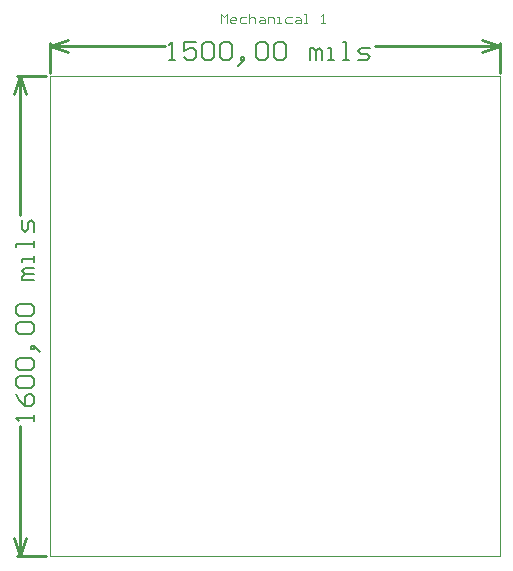
<source format=gm1>
%FSLAX44Y44*%
%MOMM*%
G71*
G01*
G75*
G04 Layer_Color=16711935*
%ADD10C,0.3810*%
%ADD11R,1.3000X1.5000*%
%ADD12R,1.1000X1.0000*%
%ADD13R,0.5000X0.6000*%
%ADD14R,0.8000X0.9000*%
%ADD15R,0.6000X0.5000*%
%ADD16R,1.0000X1.1000*%
%ADD17R,1.5000X1.5000*%
%ADD18O,0.4500X1.5000*%
%ADD19O,1.5000X0.4500*%
%ADD20R,0.8000X0.3000*%
%ADD21R,0.3000X0.8000*%
%ADD22R,1.6000X1.6000*%
%ADD23O,2.1000X0.3500*%
%ADD24R,0.6900X1.2000*%
%ADD25R,2.4000X1.9000*%
%ADD26R,1.1000X1.9000*%
%ADD27R,1.9000X1.9000*%
%ADD28R,1.9000X1.8000*%
%ADD29R,1.6000X2.1000*%
%ADD30R,1.3500X0.4000*%
%ADD31R,1.5000X1.5000*%
%ADD32C,0.5000*%
%ADD33C,0.3000*%
%ADD34C,0.2540*%
%ADD35C,0.6020*%
%ADD36C,0.6000*%
%ADD37C,1.2600*%
%ADD38C,0.6010*%
%ADD39C,0.1000*%
%ADD40C,1.5000*%
%ADD41R,2.2000X2.2000*%
%ADD42C,2.3000*%
%ADD43C,1.0000*%
%ADD44C,5.0000*%
%ADD45C,1.2700*%
%ADD46C,0.7000*%
%ADD47C,0.2500*%
%ADD48C,0.0500*%
%ADD49C,0.2000*%
%ADD50R,0.2500X1.4000*%
%ADD51R,1.5032X1.7032*%
%ADD52R,1.3032X1.2032*%
%ADD53R,0.7032X0.8032*%
%ADD54R,1.0032X1.1032*%
%ADD55R,0.8032X0.7032*%
%ADD56R,1.2032X1.3032*%
%ADD57R,1.7032X1.7032*%
%ADD58O,0.6532X1.7032*%
%ADD59O,1.7032X0.6532*%
%ADD60R,1.0032X0.5032*%
%ADD61R,0.5032X1.0032*%
%ADD62R,1.8032X1.8032*%
%ADD63O,2.3032X0.5532*%
%ADD64R,0.8932X1.4032*%
%ADD65R,2.6032X2.1032*%
%ADD66R,1.3032X2.1032*%
%ADD67R,2.1032X2.1032*%
%ADD68R,2.1032X2.0032*%
%ADD69R,1.8032X2.3032*%
%ADD70R,1.5532X0.6032*%
%ADD71R,1.7032X1.7032*%
%ADD72C,1.7032*%
%ADD73R,2.4032X2.4032*%
%ADD74C,2.5032*%
%ADD75C,1.2032*%
%ADD76C,5.2032*%
%ADD77C,1.4732*%
%ADD78C,0.9032*%
%ADD79C,0.1524*%
D34*
X-27940Y406400D02*
X-2790D01*
X-27940Y0D02*
X-2790D01*
X-25400Y288263D02*
Y406400D01*
Y0D02*
Y110010D01*
X-30480Y391160D02*
X-25400Y406400D01*
X-20320Y391160D01*
X-25400Y0D02*
X-20320Y15240D01*
X-30480D02*
X-25400Y0D01*
X381000Y409190D02*
Y434340D01*
X0Y409190D02*
Y434340D01*
X275562Y431800D02*
X381000D01*
X0D02*
X97310D01*
X365760Y436880D02*
X381000Y431800D01*
X365760Y426720D02*
X381000Y431800D01*
X0D02*
X15240Y426720D01*
X0Y431800D02*
X15240Y436880D01*
D39*
X144780Y450850D02*
Y458847D01*
X147446Y456182D01*
X150112Y458847D01*
Y450850D01*
X156776D02*
X154110D01*
X152777Y452183D01*
Y454849D01*
X154110Y456182D01*
X156776D01*
X158109Y454849D01*
Y453516D01*
X152777D01*
X166106Y456182D02*
X162108D01*
X160775Y454849D01*
Y452183D01*
X162108Y450850D01*
X166106D01*
X168772Y458847D02*
Y450850D01*
Y454849D01*
X170105Y456182D01*
X172771D01*
X174104Y454849D01*
Y450850D01*
X178103Y456182D02*
X180768D01*
X182101Y454849D01*
Y450850D01*
X178103D01*
X176770Y452183D01*
X178103Y453516D01*
X182101D01*
X184767Y450850D02*
Y456182D01*
X188766D01*
X190099Y454849D01*
Y450850D01*
X192764D02*
X195430D01*
X194097D01*
Y456182D01*
X192764D01*
X204761D02*
X200762D01*
X199429Y454849D01*
Y452183D01*
X200762Y450850D01*
X204761D01*
X208759Y456182D02*
X211425D01*
X212758Y454849D01*
Y450850D01*
X208759D01*
X207426Y452183D01*
X208759Y453516D01*
X212758D01*
X215424Y450850D02*
X218090D01*
X216757D01*
Y458847D01*
X215424D01*
X230086Y450850D02*
X232752D01*
X231419D01*
Y458847D01*
X230086Y457514D01*
D48*
X381000Y0D02*
Y406400D01*
X0Y0D02*
X381000D01*
X0Y406400D02*
X381000D01*
X0Y0D02*
Y406400D01*
D79*
X-13719Y114074D02*
Y119152D01*
Y116613D01*
X-28954D01*
X-26415Y114074D01*
X-28954Y136926D02*
X-26415Y131848D01*
X-21337Y126770D01*
X-16258D01*
X-13719Y129309D01*
Y134387D01*
X-16258Y136926D01*
X-18798D01*
X-21337Y134387D01*
Y126770D01*
X-26415Y142004D02*
X-28954Y144544D01*
Y149622D01*
X-26415Y152161D01*
X-16258D01*
X-13719Y149622D01*
Y144544D01*
X-16258Y142004D01*
X-26415D01*
Y157240D02*
X-28954Y159779D01*
Y164857D01*
X-26415Y167396D01*
X-16258D01*
X-13719Y164857D01*
Y159779D01*
X-16258Y157240D01*
X-26415D01*
X-11180Y175014D02*
X-13719Y177553D01*
X-16258D01*
Y175014D01*
X-13719D01*
Y177553D01*
X-11180Y175014D01*
X-8641Y172475D01*
X-26415Y187710D02*
X-28954Y190249D01*
Y195327D01*
X-26415Y197866D01*
X-16258D01*
X-13719Y195327D01*
Y190249D01*
X-16258Y187710D01*
X-26415D01*
Y202945D02*
X-28954Y205484D01*
Y210562D01*
X-26415Y213102D01*
X-16258D01*
X-13719Y210562D01*
Y205484D01*
X-16258Y202945D01*
X-26415D01*
X-13719Y233415D02*
X-23876D01*
Y235954D01*
X-21337Y238493D01*
X-13719D01*
X-21337D01*
X-23876Y241033D01*
X-21337Y243572D01*
X-13719D01*
Y248650D02*
Y253728D01*
Y251189D01*
X-23876D01*
Y248650D01*
X-13719Y261346D02*
Y266424D01*
Y263885D01*
X-28954D01*
Y261346D01*
X-13719Y274042D02*
Y281659D01*
X-16258Y284198D01*
X-18798Y281659D01*
Y276581D01*
X-21337Y274042D01*
X-23876Y276581D01*
Y284198D01*
X101374Y420119D02*
X106452D01*
X103913D01*
Y435354D01*
X101374Y432815D01*
X124226Y435354D02*
X114069D01*
Y427737D01*
X119148Y430276D01*
X121687D01*
X124226Y427737D01*
Y422659D01*
X121687Y420119D01*
X116609D01*
X114069Y422659D01*
X129305Y432815D02*
X131844Y435354D01*
X136922D01*
X139461Y432815D01*
Y422659D01*
X136922Y420119D01*
X131844D01*
X129305Y422659D01*
Y432815D01*
X144540D02*
X147079Y435354D01*
X152157D01*
X154696Y432815D01*
Y422659D01*
X152157Y420119D01*
X147079D01*
X144540Y422659D01*
Y432815D01*
X162314Y417580D02*
X164853Y420119D01*
Y422659D01*
X162314D01*
Y420119D01*
X164853D01*
X162314Y417580D01*
X159775Y415041D01*
X175010Y432815D02*
X177549Y435354D01*
X182627D01*
X185166Y432815D01*
Y422659D01*
X182627Y420119D01*
X177549D01*
X175010Y422659D01*
Y432815D01*
X190245D02*
X192784Y435354D01*
X197862D01*
X200402Y432815D01*
Y422659D01*
X197862Y420119D01*
X192784D01*
X190245Y422659D01*
Y432815D01*
X220715Y420119D02*
Y430276D01*
X223254D01*
X225793Y427737D01*
Y420119D01*
Y427737D01*
X228333Y430276D01*
X230872Y427737D01*
Y420119D01*
X235950D02*
X241028D01*
X238489D01*
Y430276D01*
X235950D01*
X248646Y420119D02*
X253724D01*
X251185D01*
Y435354D01*
X248646D01*
X261342Y420119D02*
X268959D01*
X271499Y422659D01*
X268959Y425198D01*
X263881D01*
X261342Y427737D01*
X263881Y430276D01*
X271499D01*
M02*

</source>
